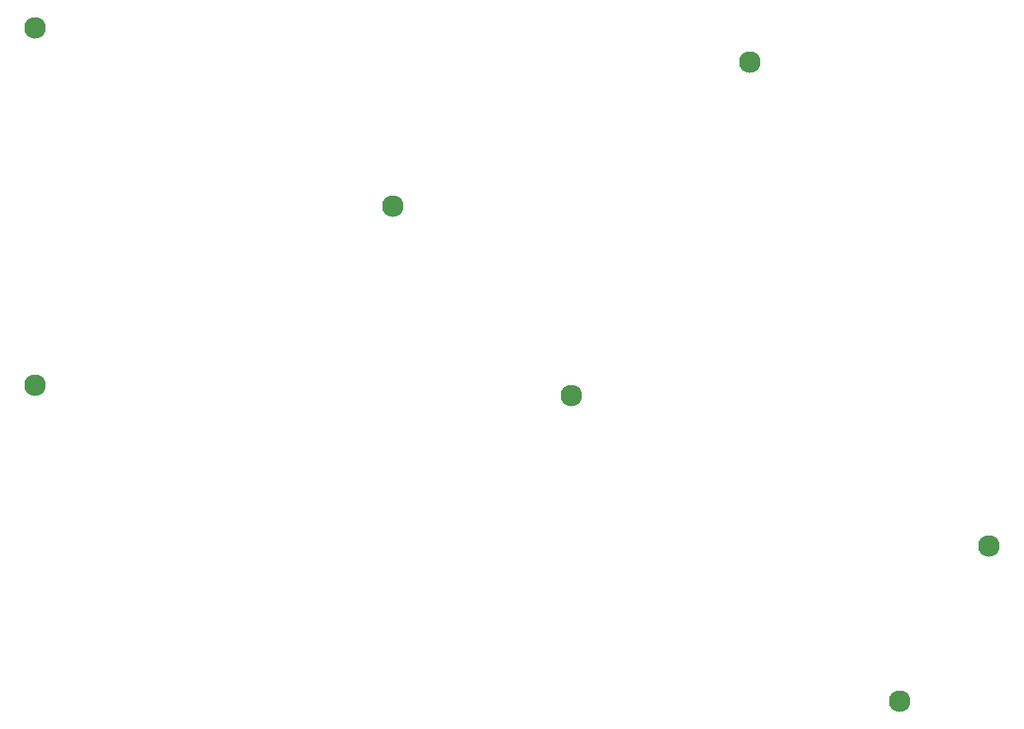
<source format=gts>
G04 #@! TF.GenerationSoftware,KiCad,Pcbnew,8.0.8+1*
G04 #@! TF.CreationDate,2025-06-17T15:49:22+00:00*
G04 #@! TF.ProjectId,frontplate,66726f6e-7470-46c6-9174-652e6b696361,0.2*
G04 #@! TF.SameCoordinates,Original*
G04 #@! TF.FileFunction,Soldermask,Top*
G04 #@! TF.FilePolarity,Negative*
%FSLAX46Y46*%
G04 Gerber Fmt 4.6, Leading zero omitted, Abs format (unit mm)*
G04 Created by KiCad (PCBNEW 8.0.8+1) date 2025-06-17 15:49:22*
%MOMM*%
%LPD*%
G01*
G04 APERTURE LIST*
%ADD10C,2.300000*%
G04 APERTURE END LIST*
D10*
X109500000Y-50125000D03*
X109500000Y-88125000D03*
X185468000Y-53736000D03*
X147500000Y-69125000D03*
X166468000Y-89261000D03*
X210827241Y-105262759D03*
X201327241Y-121717241D03*
M02*

</source>
